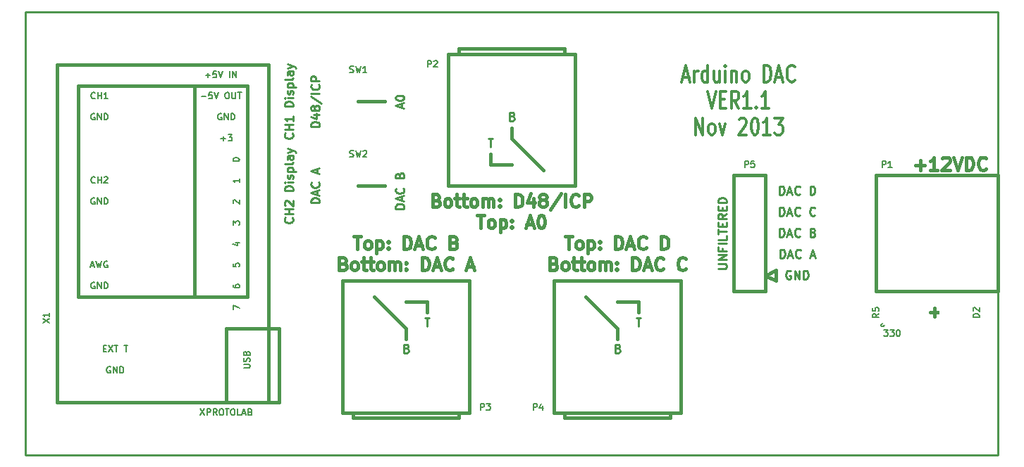
<source format=gto>
G04 (created by PCBNEW-RS274X (2011-05-25)-stable) date Fri 08 Nov 2013 12:39:22 PM EST*
G01*
G70*
G90*
%MOIN*%
G04 Gerber Fmt 3.4, Leading zero omitted, Abs format*
%FSLAX34Y34*%
G04 APERTURE LIST*
%ADD10C,0.006000*%
%ADD11C,0.010000*%
%ADD12C,0.015000*%
%ADD13C,0.009000*%
%ADD14C,0.012000*%
%ADD15C,0.005000*%
%ADD16C,0.007500*%
%ADD17C,0.175000*%
%ADD18O,0.080000X0.120000*%
%ADD19C,0.080000*%
%ADD20C,0.096000*%
%ADD21C,0.160000*%
%ADD22C,0.180000*%
%ADD23C,0.140000*%
%ADD24R,0.070000X0.120000*%
%ADD25R,0.067000X0.067000*%
%ADD26R,0.050000X0.145000*%
%ADD27C,0.093000*%
%ADD28R,0.093000X0.093000*%
G04 APERTURE END LIST*
G54D10*
G54D11*
X76262Y-42667D02*
X76586Y-42667D01*
X76624Y-42648D01*
X76643Y-42629D01*
X76662Y-42591D01*
X76662Y-42514D01*
X76643Y-42476D01*
X76624Y-42457D01*
X76586Y-42438D01*
X76262Y-42438D01*
X76662Y-42248D02*
X76262Y-42248D01*
X76662Y-42019D01*
X76262Y-42019D01*
X76452Y-41695D02*
X76452Y-41829D01*
X76662Y-41829D02*
X76262Y-41829D01*
X76262Y-41638D01*
X76662Y-41486D02*
X76262Y-41486D01*
X76662Y-41105D02*
X76662Y-41296D01*
X76262Y-41296D01*
X76262Y-41029D02*
X76262Y-40800D01*
X76662Y-40915D02*
X76262Y-40915D01*
X76452Y-40667D02*
X76452Y-40533D01*
X76662Y-40476D02*
X76662Y-40667D01*
X76262Y-40667D01*
X76262Y-40476D01*
X76662Y-40076D02*
X76471Y-40210D01*
X76662Y-40305D02*
X76262Y-40305D01*
X76262Y-40152D01*
X76281Y-40114D01*
X76300Y-40095D01*
X76338Y-40076D01*
X76395Y-40076D01*
X76433Y-40095D01*
X76452Y-40114D01*
X76471Y-40152D01*
X76471Y-40305D01*
X76452Y-39905D02*
X76452Y-39771D01*
X76662Y-39714D02*
X76662Y-39905D01*
X76262Y-39905D01*
X76262Y-39714D01*
X76662Y-39543D02*
X76262Y-39543D01*
X76262Y-39448D01*
X76281Y-39390D01*
X76319Y-39352D01*
X76357Y-39333D01*
X76433Y-39314D01*
X76490Y-39314D01*
X76567Y-39333D01*
X76605Y-39352D01*
X76643Y-39390D01*
X76662Y-39448D01*
X76662Y-39543D01*
X79171Y-39162D02*
X79171Y-38762D01*
X79266Y-38762D01*
X79324Y-38781D01*
X79362Y-38819D01*
X79381Y-38857D01*
X79400Y-38933D01*
X79400Y-38990D01*
X79381Y-39067D01*
X79362Y-39105D01*
X79324Y-39143D01*
X79266Y-39162D01*
X79171Y-39162D01*
X79552Y-39048D02*
X79743Y-39048D01*
X79514Y-39162D02*
X79647Y-38762D01*
X79781Y-39162D01*
X80143Y-39124D02*
X80124Y-39143D01*
X80067Y-39162D01*
X80029Y-39162D01*
X79971Y-39143D01*
X79933Y-39105D01*
X79914Y-39067D01*
X79895Y-38990D01*
X79895Y-38933D01*
X79914Y-38857D01*
X79933Y-38819D01*
X79971Y-38781D01*
X80029Y-38762D01*
X80067Y-38762D01*
X80124Y-38781D01*
X80143Y-38800D01*
X80619Y-39162D02*
X80619Y-38762D01*
X80714Y-38762D01*
X80772Y-38781D01*
X80810Y-38819D01*
X80829Y-38857D01*
X80848Y-38933D01*
X80848Y-38990D01*
X80829Y-39067D01*
X80810Y-39105D01*
X80772Y-39143D01*
X80714Y-39162D01*
X80619Y-39162D01*
X79171Y-40162D02*
X79171Y-39762D01*
X79266Y-39762D01*
X79324Y-39781D01*
X79362Y-39819D01*
X79381Y-39857D01*
X79400Y-39933D01*
X79400Y-39990D01*
X79381Y-40067D01*
X79362Y-40105D01*
X79324Y-40143D01*
X79266Y-40162D01*
X79171Y-40162D01*
X79552Y-40048D02*
X79743Y-40048D01*
X79514Y-40162D02*
X79647Y-39762D01*
X79781Y-40162D01*
X80143Y-40124D02*
X80124Y-40143D01*
X80067Y-40162D01*
X80029Y-40162D01*
X79971Y-40143D01*
X79933Y-40105D01*
X79914Y-40067D01*
X79895Y-39990D01*
X79895Y-39933D01*
X79914Y-39857D01*
X79933Y-39819D01*
X79971Y-39781D01*
X80029Y-39762D01*
X80067Y-39762D01*
X80124Y-39781D01*
X80143Y-39800D01*
X80848Y-40124D02*
X80829Y-40143D01*
X80772Y-40162D01*
X80734Y-40162D01*
X80676Y-40143D01*
X80638Y-40105D01*
X80619Y-40067D01*
X80600Y-39990D01*
X80600Y-39933D01*
X80619Y-39857D01*
X80638Y-39819D01*
X80676Y-39781D01*
X80734Y-39762D01*
X80772Y-39762D01*
X80829Y-39781D01*
X80848Y-39800D01*
X79171Y-41162D02*
X79171Y-40762D01*
X79266Y-40762D01*
X79324Y-40781D01*
X79362Y-40819D01*
X79381Y-40857D01*
X79400Y-40933D01*
X79400Y-40990D01*
X79381Y-41067D01*
X79362Y-41105D01*
X79324Y-41143D01*
X79266Y-41162D01*
X79171Y-41162D01*
X79552Y-41048D02*
X79743Y-41048D01*
X79514Y-41162D02*
X79647Y-40762D01*
X79781Y-41162D01*
X80143Y-41124D02*
X80124Y-41143D01*
X80067Y-41162D01*
X80029Y-41162D01*
X79971Y-41143D01*
X79933Y-41105D01*
X79914Y-41067D01*
X79895Y-40990D01*
X79895Y-40933D01*
X79914Y-40857D01*
X79933Y-40819D01*
X79971Y-40781D01*
X80029Y-40762D01*
X80067Y-40762D01*
X80124Y-40781D01*
X80143Y-40800D01*
X80753Y-40952D02*
X80810Y-40971D01*
X80829Y-40990D01*
X80848Y-41029D01*
X80848Y-41086D01*
X80829Y-41124D01*
X80810Y-41143D01*
X80772Y-41162D01*
X80619Y-41162D01*
X80619Y-40762D01*
X80753Y-40762D01*
X80791Y-40781D01*
X80810Y-40800D01*
X80829Y-40838D01*
X80829Y-40876D01*
X80810Y-40914D01*
X80791Y-40933D01*
X80753Y-40952D01*
X80619Y-40952D01*
X79200Y-42162D02*
X79200Y-41762D01*
X79295Y-41762D01*
X79353Y-41781D01*
X79391Y-41819D01*
X79410Y-41857D01*
X79429Y-41933D01*
X79429Y-41990D01*
X79410Y-42067D01*
X79391Y-42105D01*
X79353Y-42143D01*
X79295Y-42162D01*
X79200Y-42162D01*
X79581Y-42048D02*
X79772Y-42048D01*
X79543Y-42162D02*
X79676Y-41762D01*
X79810Y-42162D01*
X80172Y-42124D02*
X80153Y-42143D01*
X80096Y-42162D01*
X80058Y-42162D01*
X80000Y-42143D01*
X79962Y-42105D01*
X79943Y-42067D01*
X79924Y-41990D01*
X79924Y-41933D01*
X79943Y-41857D01*
X79962Y-41819D01*
X80000Y-41781D01*
X80058Y-41762D01*
X80096Y-41762D01*
X80153Y-41781D01*
X80172Y-41800D01*
X80629Y-42048D02*
X80820Y-42048D01*
X80591Y-42162D02*
X80724Y-41762D01*
X80858Y-42162D01*
X79696Y-42781D02*
X79658Y-42762D01*
X79601Y-42762D01*
X79543Y-42781D01*
X79505Y-42819D01*
X79486Y-42857D01*
X79467Y-42933D01*
X79467Y-42990D01*
X79486Y-43067D01*
X79505Y-43105D01*
X79543Y-43143D01*
X79601Y-43162D01*
X79639Y-43162D01*
X79696Y-43143D01*
X79715Y-43124D01*
X79715Y-42990D01*
X79639Y-42990D01*
X79886Y-43162D02*
X79886Y-42762D01*
X80115Y-43162D01*
X80115Y-42762D01*
X80305Y-43162D02*
X80305Y-42762D01*
X80400Y-42762D01*
X80458Y-42781D01*
X80496Y-42819D01*
X80515Y-42857D01*
X80534Y-42933D01*
X80534Y-42990D01*
X80515Y-43067D01*
X80496Y-43105D01*
X80458Y-43143D01*
X80400Y-43162D01*
X80305Y-43162D01*
X57412Y-35940D02*
X57012Y-35940D01*
X57012Y-35845D01*
X57031Y-35787D01*
X57069Y-35749D01*
X57107Y-35730D01*
X57183Y-35711D01*
X57240Y-35711D01*
X57317Y-35730D01*
X57355Y-35749D01*
X57393Y-35787D01*
X57412Y-35845D01*
X57412Y-35940D01*
X57145Y-35368D02*
X57412Y-35368D01*
X56993Y-35464D02*
X57279Y-35559D01*
X57279Y-35311D01*
X57183Y-35102D02*
X57164Y-35140D01*
X57145Y-35159D01*
X57107Y-35178D01*
X57088Y-35178D01*
X57050Y-35159D01*
X57031Y-35140D01*
X57012Y-35102D01*
X57012Y-35025D01*
X57031Y-34987D01*
X57050Y-34968D01*
X57088Y-34949D01*
X57107Y-34949D01*
X57145Y-34968D01*
X57164Y-34987D01*
X57183Y-35025D01*
X57183Y-35102D01*
X57202Y-35140D01*
X57221Y-35159D01*
X57260Y-35178D01*
X57336Y-35178D01*
X57374Y-35159D01*
X57393Y-35140D01*
X57412Y-35102D01*
X57412Y-35025D01*
X57393Y-34987D01*
X57374Y-34968D01*
X57336Y-34949D01*
X57260Y-34949D01*
X57221Y-34968D01*
X57202Y-34987D01*
X57183Y-35025D01*
X56993Y-34492D02*
X57507Y-34835D01*
X57412Y-34359D02*
X57012Y-34359D01*
X57374Y-33940D02*
X57393Y-33959D01*
X57412Y-34016D01*
X57412Y-34054D01*
X57393Y-34112D01*
X57355Y-34150D01*
X57317Y-34169D01*
X57240Y-34188D01*
X57183Y-34188D01*
X57107Y-34169D01*
X57069Y-34150D01*
X57031Y-34112D01*
X57012Y-34054D01*
X57012Y-34016D01*
X57031Y-33959D01*
X57050Y-33940D01*
X57412Y-33769D02*
X57012Y-33769D01*
X57012Y-33616D01*
X57031Y-33578D01*
X57050Y-33559D01*
X57088Y-33540D01*
X57145Y-33540D01*
X57183Y-33559D01*
X57202Y-33578D01*
X57221Y-33616D01*
X57221Y-33769D01*
X61298Y-35036D02*
X61298Y-34845D01*
X61412Y-35074D02*
X61012Y-34941D01*
X61412Y-34807D01*
X61012Y-34598D02*
X61012Y-34559D01*
X61031Y-34521D01*
X61050Y-34502D01*
X61088Y-34483D01*
X61164Y-34464D01*
X61260Y-34464D01*
X61336Y-34483D01*
X61374Y-34502D01*
X61393Y-34521D01*
X61412Y-34559D01*
X61412Y-34598D01*
X61393Y-34636D01*
X61374Y-34655D01*
X61336Y-34674D01*
X61260Y-34693D01*
X61164Y-34693D01*
X61088Y-34674D01*
X61050Y-34655D01*
X61031Y-34636D01*
X61012Y-34598D01*
X61412Y-39829D02*
X61012Y-39829D01*
X61012Y-39734D01*
X61031Y-39676D01*
X61069Y-39638D01*
X61107Y-39619D01*
X61183Y-39600D01*
X61240Y-39600D01*
X61317Y-39619D01*
X61355Y-39638D01*
X61393Y-39676D01*
X61412Y-39734D01*
X61412Y-39829D01*
X61298Y-39448D02*
X61298Y-39257D01*
X61412Y-39486D02*
X61012Y-39353D01*
X61412Y-39219D01*
X61374Y-38857D02*
X61393Y-38876D01*
X61412Y-38933D01*
X61412Y-38971D01*
X61393Y-39029D01*
X61355Y-39067D01*
X61317Y-39086D01*
X61240Y-39105D01*
X61183Y-39105D01*
X61107Y-39086D01*
X61069Y-39067D01*
X61031Y-39029D01*
X61012Y-38971D01*
X61012Y-38933D01*
X61031Y-38876D01*
X61050Y-38857D01*
X61202Y-38247D02*
X61221Y-38190D01*
X61240Y-38171D01*
X61279Y-38152D01*
X61336Y-38152D01*
X61374Y-38171D01*
X61393Y-38190D01*
X61412Y-38228D01*
X61412Y-38381D01*
X61012Y-38381D01*
X61012Y-38247D01*
X61031Y-38209D01*
X61050Y-38190D01*
X61088Y-38171D01*
X61126Y-38171D01*
X61164Y-38190D01*
X61183Y-38209D01*
X61202Y-38247D01*
X61202Y-38381D01*
X57412Y-39550D02*
X57012Y-39550D01*
X57012Y-39455D01*
X57031Y-39397D01*
X57069Y-39359D01*
X57107Y-39340D01*
X57183Y-39321D01*
X57240Y-39321D01*
X57317Y-39340D01*
X57355Y-39359D01*
X57393Y-39397D01*
X57412Y-39455D01*
X57412Y-39550D01*
X57298Y-39169D02*
X57298Y-38978D01*
X57412Y-39207D02*
X57012Y-39074D01*
X57412Y-38940D01*
X57374Y-38578D02*
X57393Y-38597D01*
X57412Y-38654D01*
X57412Y-38692D01*
X57393Y-38750D01*
X57355Y-38788D01*
X57317Y-38807D01*
X57240Y-38826D01*
X57183Y-38826D01*
X57107Y-38807D01*
X57069Y-38788D01*
X57031Y-38750D01*
X57012Y-38692D01*
X57012Y-38654D01*
X57031Y-38597D01*
X57050Y-38578D01*
X57298Y-38121D02*
X57298Y-37930D01*
X57412Y-38159D02*
X57012Y-38026D01*
X57412Y-37892D01*
X56124Y-40255D02*
X56143Y-40274D01*
X56162Y-40331D01*
X56162Y-40369D01*
X56143Y-40427D01*
X56105Y-40465D01*
X56067Y-40484D01*
X55990Y-40503D01*
X55933Y-40503D01*
X55857Y-40484D01*
X55819Y-40465D01*
X55781Y-40427D01*
X55762Y-40369D01*
X55762Y-40331D01*
X55781Y-40274D01*
X55800Y-40255D01*
X56162Y-40084D02*
X55762Y-40084D01*
X55952Y-40084D02*
X55952Y-39855D01*
X56162Y-39855D02*
X55762Y-39855D01*
X55800Y-39684D02*
X55781Y-39665D01*
X55762Y-39627D01*
X55762Y-39531D01*
X55781Y-39493D01*
X55800Y-39474D01*
X55838Y-39455D01*
X55876Y-39455D01*
X55933Y-39474D01*
X56162Y-39703D01*
X56162Y-39455D01*
X56162Y-38979D02*
X55762Y-38979D01*
X55762Y-38884D01*
X55781Y-38826D01*
X55819Y-38788D01*
X55857Y-38769D01*
X55933Y-38750D01*
X55990Y-38750D01*
X56067Y-38769D01*
X56105Y-38788D01*
X56143Y-38826D01*
X56162Y-38884D01*
X56162Y-38979D01*
X56162Y-38579D02*
X55895Y-38579D01*
X55762Y-38579D02*
X55781Y-38598D01*
X55800Y-38579D01*
X55781Y-38560D01*
X55762Y-38579D01*
X55800Y-38579D01*
X56143Y-38408D02*
X56162Y-38370D01*
X56162Y-38294D01*
X56143Y-38255D01*
X56105Y-38236D01*
X56086Y-38236D01*
X56048Y-38255D01*
X56029Y-38294D01*
X56029Y-38351D01*
X56010Y-38389D01*
X55971Y-38408D01*
X55952Y-38408D01*
X55914Y-38389D01*
X55895Y-38351D01*
X55895Y-38294D01*
X55914Y-38255D01*
X55895Y-38065D02*
X56295Y-38065D01*
X55914Y-38065D02*
X55895Y-38027D01*
X55895Y-37950D01*
X55914Y-37912D01*
X55933Y-37893D01*
X55971Y-37874D01*
X56086Y-37874D01*
X56124Y-37893D01*
X56143Y-37912D01*
X56162Y-37950D01*
X56162Y-38027D01*
X56143Y-38065D01*
X56162Y-37646D02*
X56143Y-37684D01*
X56105Y-37703D01*
X55762Y-37703D01*
X56162Y-37321D02*
X55952Y-37321D01*
X55914Y-37340D01*
X55895Y-37378D01*
X55895Y-37455D01*
X55914Y-37493D01*
X56143Y-37321D02*
X56162Y-37359D01*
X56162Y-37455D01*
X56143Y-37493D01*
X56105Y-37512D01*
X56067Y-37512D01*
X56029Y-37493D01*
X56010Y-37455D01*
X56010Y-37359D01*
X55990Y-37321D01*
X55895Y-37169D02*
X56162Y-37074D01*
X55895Y-36978D02*
X56162Y-37074D01*
X56257Y-37112D01*
X56276Y-37131D01*
X56295Y-37169D01*
X56124Y-36255D02*
X56143Y-36274D01*
X56162Y-36331D01*
X56162Y-36369D01*
X56143Y-36427D01*
X56105Y-36465D01*
X56067Y-36484D01*
X55990Y-36503D01*
X55933Y-36503D01*
X55857Y-36484D01*
X55819Y-36465D01*
X55781Y-36427D01*
X55762Y-36369D01*
X55762Y-36331D01*
X55781Y-36274D01*
X55800Y-36255D01*
X56162Y-36084D02*
X55762Y-36084D01*
X55952Y-36084D02*
X55952Y-35855D01*
X56162Y-35855D02*
X55762Y-35855D01*
X56162Y-35455D02*
X56162Y-35684D01*
X56162Y-35570D02*
X55762Y-35570D01*
X55819Y-35608D01*
X55857Y-35646D01*
X55876Y-35684D01*
X56162Y-34979D02*
X55762Y-34979D01*
X55762Y-34884D01*
X55781Y-34826D01*
X55819Y-34788D01*
X55857Y-34769D01*
X55933Y-34750D01*
X55990Y-34750D01*
X56067Y-34769D01*
X56105Y-34788D01*
X56143Y-34826D01*
X56162Y-34884D01*
X56162Y-34979D01*
X56162Y-34579D02*
X55895Y-34579D01*
X55762Y-34579D02*
X55781Y-34598D01*
X55800Y-34579D01*
X55781Y-34560D01*
X55762Y-34579D01*
X55800Y-34579D01*
X56143Y-34408D02*
X56162Y-34370D01*
X56162Y-34294D01*
X56143Y-34255D01*
X56105Y-34236D01*
X56086Y-34236D01*
X56048Y-34255D01*
X56029Y-34294D01*
X56029Y-34351D01*
X56010Y-34389D01*
X55971Y-34408D01*
X55952Y-34408D01*
X55914Y-34389D01*
X55895Y-34351D01*
X55895Y-34294D01*
X55914Y-34255D01*
X55895Y-34065D02*
X56295Y-34065D01*
X55914Y-34065D02*
X55895Y-34027D01*
X55895Y-33950D01*
X55914Y-33912D01*
X55933Y-33893D01*
X55971Y-33874D01*
X56086Y-33874D01*
X56124Y-33893D01*
X56143Y-33912D01*
X56162Y-33950D01*
X56162Y-34027D01*
X56143Y-34065D01*
X56162Y-33646D02*
X56143Y-33684D01*
X56105Y-33703D01*
X55762Y-33703D01*
X56162Y-33321D02*
X55952Y-33321D01*
X55914Y-33340D01*
X55895Y-33378D01*
X55895Y-33455D01*
X55914Y-33493D01*
X56143Y-33321D02*
X56162Y-33359D01*
X56162Y-33455D01*
X56143Y-33493D01*
X56105Y-33512D01*
X56067Y-33512D01*
X56029Y-33493D01*
X56010Y-33455D01*
X56010Y-33359D01*
X55990Y-33321D01*
X55895Y-33169D02*
X56162Y-33074D01*
X55895Y-32978D02*
X56162Y-33074D01*
X56257Y-33112D01*
X56276Y-33131D01*
X56295Y-33169D01*
G54D12*
X64872Y-40143D02*
X65215Y-40143D01*
X65044Y-40743D02*
X65044Y-40143D01*
X65501Y-40743D02*
X65443Y-40714D01*
X65415Y-40686D01*
X65386Y-40629D01*
X65386Y-40457D01*
X65415Y-40400D01*
X65443Y-40371D01*
X65501Y-40343D01*
X65586Y-40343D01*
X65643Y-40371D01*
X65672Y-40400D01*
X65701Y-40457D01*
X65701Y-40629D01*
X65672Y-40686D01*
X65643Y-40714D01*
X65586Y-40743D01*
X65501Y-40743D01*
X65958Y-40343D02*
X65958Y-40943D01*
X65958Y-40371D02*
X66015Y-40343D01*
X66129Y-40343D01*
X66186Y-40371D01*
X66215Y-40400D01*
X66244Y-40457D01*
X66244Y-40629D01*
X66215Y-40686D01*
X66186Y-40714D01*
X66129Y-40743D01*
X66015Y-40743D01*
X65958Y-40714D01*
X66501Y-40686D02*
X66529Y-40714D01*
X66501Y-40743D01*
X66472Y-40714D01*
X66501Y-40686D01*
X66501Y-40743D01*
X66501Y-40371D02*
X66529Y-40400D01*
X66501Y-40429D01*
X66472Y-40400D01*
X66501Y-40371D01*
X66501Y-40429D01*
X67215Y-40571D02*
X67501Y-40571D01*
X67158Y-40743D02*
X67358Y-40143D01*
X67558Y-40743D01*
X67872Y-40143D02*
X67929Y-40143D01*
X67986Y-40171D01*
X68015Y-40200D01*
X68044Y-40257D01*
X68072Y-40371D01*
X68072Y-40514D01*
X68044Y-40629D01*
X68015Y-40686D01*
X67986Y-40714D01*
X67929Y-40743D01*
X67872Y-40743D01*
X67815Y-40714D01*
X67786Y-40686D01*
X67758Y-40629D01*
X67729Y-40514D01*
X67729Y-40371D01*
X67758Y-40257D01*
X67786Y-40200D01*
X67815Y-40171D01*
X67872Y-40143D01*
X62957Y-39429D02*
X63043Y-39457D01*
X63071Y-39486D01*
X63100Y-39543D01*
X63100Y-39629D01*
X63071Y-39686D01*
X63043Y-39714D01*
X62985Y-39743D01*
X62757Y-39743D01*
X62757Y-39143D01*
X62957Y-39143D01*
X63014Y-39171D01*
X63043Y-39200D01*
X63071Y-39257D01*
X63071Y-39314D01*
X63043Y-39371D01*
X63014Y-39400D01*
X62957Y-39429D01*
X62757Y-39429D01*
X63443Y-39743D02*
X63385Y-39714D01*
X63357Y-39686D01*
X63328Y-39629D01*
X63328Y-39457D01*
X63357Y-39400D01*
X63385Y-39371D01*
X63443Y-39343D01*
X63528Y-39343D01*
X63585Y-39371D01*
X63614Y-39400D01*
X63643Y-39457D01*
X63643Y-39629D01*
X63614Y-39686D01*
X63585Y-39714D01*
X63528Y-39743D01*
X63443Y-39743D01*
X63814Y-39343D02*
X64043Y-39343D01*
X63900Y-39143D02*
X63900Y-39657D01*
X63928Y-39714D01*
X63986Y-39743D01*
X64043Y-39743D01*
X64157Y-39343D02*
X64386Y-39343D01*
X64243Y-39143D02*
X64243Y-39657D01*
X64271Y-39714D01*
X64329Y-39743D01*
X64386Y-39743D01*
X64672Y-39743D02*
X64614Y-39714D01*
X64586Y-39686D01*
X64557Y-39629D01*
X64557Y-39457D01*
X64586Y-39400D01*
X64614Y-39371D01*
X64672Y-39343D01*
X64757Y-39343D01*
X64814Y-39371D01*
X64843Y-39400D01*
X64872Y-39457D01*
X64872Y-39629D01*
X64843Y-39686D01*
X64814Y-39714D01*
X64757Y-39743D01*
X64672Y-39743D01*
X65129Y-39743D02*
X65129Y-39343D01*
X65129Y-39400D02*
X65157Y-39371D01*
X65215Y-39343D01*
X65300Y-39343D01*
X65357Y-39371D01*
X65386Y-39429D01*
X65386Y-39743D01*
X65386Y-39429D02*
X65415Y-39371D01*
X65472Y-39343D01*
X65557Y-39343D01*
X65615Y-39371D01*
X65643Y-39429D01*
X65643Y-39743D01*
X65929Y-39686D02*
X65957Y-39714D01*
X65929Y-39743D01*
X65900Y-39714D01*
X65929Y-39686D01*
X65929Y-39743D01*
X65929Y-39371D02*
X65957Y-39400D01*
X65929Y-39429D01*
X65900Y-39400D01*
X65929Y-39371D01*
X65929Y-39429D01*
X66672Y-39743D02*
X66672Y-39143D01*
X66815Y-39143D01*
X66900Y-39171D01*
X66958Y-39229D01*
X66986Y-39286D01*
X67015Y-39400D01*
X67015Y-39486D01*
X66986Y-39600D01*
X66958Y-39657D01*
X66900Y-39714D01*
X66815Y-39743D01*
X66672Y-39743D01*
X67529Y-39343D02*
X67529Y-39743D01*
X67386Y-39114D02*
X67243Y-39543D01*
X67615Y-39543D01*
X67929Y-39400D02*
X67871Y-39371D01*
X67843Y-39343D01*
X67814Y-39286D01*
X67814Y-39257D01*
X67843Y-39200D01*
X67871Y-39171D01*
X67929Y-39143D01*
X68043Y-39143D01*
X68100Y-39171D01*
X68129Y-39200D01*
X68157Y-39257D01*
X68157Y-39286D01*
X68129Y-39343D01*
X68100Y-39371D01*
X68043Y-39400D01*
X67929Y-39400D01*
X67871Y-39429D01*
X67843Y-39457D01*
X67814Y-39514D01*
X67814Y-39629D01*
X67843Y-39686D01*
X67871Y-39714D01*
X67929Y-39743D01*
X68043Y-39743D01*
X68100Y-39714D01*
X68129Y-39686D01*
X68157Y-39629D01*
X68157Y-39514D01*
X68129Y-39457D01*
X68100Y-39429D01*
X68043Y-39400D01*
X68842Y-39114D02*
X68328Y-39886D01*
X69043Y-39743D02*
X69043Y-39143D01*
X69672Y-39686D02*
X69643Y-39714D01*
X69557Y-39743D01*
X69500Y-39743D01*
X69415Y-39714D01*
X69357Y-39657D01*
X69329Y-39600D01*
X69300Y-39486D01*
X69300Y-39400D01*
X69329Y-39286D01*
X69357Y-39229D01*
X69415Y-39171D01*
X69500Y-39143D01*
X69557Y-39143D01*
X69643Y-39171D01*
X69672Y-39200D01*
X69929Y-39743D02*
X69929Y-39143D01*
X70157Y-39143D01*
X70215Y-39171D01*
X70243Y-39200D01*
X70272Y-39257D01*
X70272Y-39343D01*
X70243Y-39400D01*
X70215Y-39429D01*
X70157Y-39457D01*
X69929Y-39457D01*
X69029Y-41143D02*
X69372Y-41143D01*
X69201Y-41743D02*
X69201Y-41143D01*
X69658Y-41743D02*
X69600Y-41714D01*
X69572Y-41686D01*
X69543Y-41629D01*
X69543Y-41457D01*
X69572Y-41400D01*
X69600Y-41371D01*
X69658Y-41343D01*
X69743Y-41343D01*
X69800Y-41371D01*
X69829Y-41400D01*
X69858Y-41457D01*
X69858Y-41629D01*
X69829Y-41686D01*
X69800Y-41714D01*
X69743Y-41743D01*
X69658Y-41743D01*
X70115Y-41343D02*
X70115Y-41943D01*
X70115Y-41371D02*
X70172Y-41343D01*
X70286Y-41343D01*
X70343Y-41371D01*
X70372Y-41400D01*
X70401Y-41457D01*
X70401Y-41629D01*
X70372Y-41686D01*
X70343Y-41714D01*
X70286Y-41743D01*
X70172Y-41743D01*
X70115Y-41714D01*
X70658Y-41686D02*
X70686Y-41714D01*
X70658Y-41743D01*
X70629Y-41714D01*
X70658Y-41686D01*
X70658Y-41743D01*
X70658Y-41371D02*
X70686Y-41400D01*
X70658Y-41429D01*
X70629Y-41400D01*
X70658Y-41371D01*
X70658Y-41429D01*
X71401Y-41743D02*
X71401Y-41143D01*
X71544Y-41143D01*
X71629Y-41171D01*
X71687Y-41229D01*
X71715Y-41286D01*
X71744Y-41400D01*
X71744Y-41486D01*
X71715Y-41600D01*
X71687Y-41657D01*
X71629Y-41714D01*
X71544Y-41743D01*
X71401Y-41743D01*
X71972Y-41571D02*
X72258Y-41571D01*
X71915Y-41743D02*
X72115Y-41143D01*
X72315Y-41743D01*
X72858Y-41686D02*
X72829Y-41714D01*
X72743Y-41743D01*
X72686Y-41743D01*
X72601Y-41714D01*
X72543Y-41657D01*
X72515Y-41600D01*
X72486Y-41486D01*
X72486Y-41400D01*
X72515Y-41286D01*
X72543Y-41229D01*
X72601Y-41171D01*
X72686Y-41143D01*
X72743Y-41143D01*
X72829Y-41171D01*
X72858Y-41200D01*
X73572Y-41743D02*
X73572Y-41143D01*
X73715Y-41143D01*
X73800Y-41171D01*
X73858Y-41229D01*
X73886Y-41286D01*
X73915Y-41400D01*
X73915Y-41486D01*
X73886Y-41600D01*
X73858Y-41657D01*
X73800Y-41714D01*
X73715Y-41743D01*
X73572Y-41743D01*
X68500Y-42429D02*
X68586Y-42457D01*
X68614Y-42486D01*
X68643Y-42543D01*
X68643Y-42629D01*
X68614Y-42686D01*
X68586Y-42714D01*
X68528Y-42743D01*
X68300Y-42743D01*
X68300Y-42143D01*
X68500Y-42143D01*
X68557Y-42171D01*
X68586Y-42200D01*
X68614Y-42257D01*
X68614Y-42314D01*
X68586Y-42371D01*
X68557Y-42400D01*
X68500Y-42429D01*
X68300Y-42429D01*
X68986Y-42743D02*
X68928Y-42714D01*
X68900Y-42686D01*
X68871Y-42629D01*
X68871Y-42457D01*
X68900Y-42400D01*
X68928Y-42371D01*
X68986Y-42343D01*
X69071Y-42343D01*
X69128Y-42371D01*
X69157Y-42400D01*
X69186Y-42457D01*
X69186Y-42629D01*
X69157Y-42686D01*
X69128Y-42714D01*
X69071Y-42743D01*
X68986Y-42743D01*
X69357Y-42343D02*
X69586Y-42343D01*
X69443Y-42143D02*
X69443Y-42657D01*
X69471Y-42714D01*
X69529Y-42743D01*
X69586Y-42743D01*
X69700Y-42343D02*
X69929Y-42343D01*
X69786Y-42143D02*
X69786Y-42657D01*
X69814Y-42714D01*
X69872Y-42743D01*
X69929Y-42743D01*
X70215Y-42743D02*
X70157Y-42714D01*
X70129Y-42686D01*
X70100Y-42629D01*
X70100Y-42457D01*
X70129Y-42400D01*
X70157Y-42371D01*
X70215Y-42343D01*
X70300Y-42343D01*
X70357Y-42371D01*
X70386Y-42400D01*
X70415Y-42457D01*
X70415Y-42629D01*
X70386Y-42686D01*
X70357Y-42714D01*
X70300Y-42743D01*
X70215Y-42743D01*
X70672Y-42743D02*
X70672Y-42343D01*
X70672Y-42400D02*
X70700Y-42371D01*
X70758Y-42343D01*
X70843Y-42343D01*
X70900Y-42371D01*
X70929Y-42429D01*
X70929Y-42743D01*
X70929Y-42429D02*
X70958Y-42371D01*
X71015Y-42343D01*
X71100Y-42343D01*
X71158Y-42371D01*
X71186Y-42429D01*
X71186Y-42743D01*
X71472Y-42686D02*
X71500Y-42714D01*
X71472Y-42743D01*
X71443Y-42714D01*
X71472Y-42686D01*
X71472Y-42743D01*
X71472Y-42371D02*
X71500Y-42400D01*
X71472Y-42429D01*
X71443Y-42400D01*
X71472Y-42371D01*
X71472Y-42429D01*
X72215Y-42743D02*
X72215Y-42143D01*
X72358Y-42143D01*
X72443Y-42171D01*
X72501Y-42229D01*
X72529Y-42286D01*
X72558Y-42400D01*
X72558Y-42486D01*
X72529Y-42600D01*
X72501Y-42657D01*
X72443Y-42714D01*
X72358Y-42743D01*
X72215Y-42743D01*
X72786Y-42571D02*
X73072Y-42571D01*
X72729Y-42743D02*
X72929Y-42143D01*
X73129Y-42743D01*
X73672Y-42686D02*
X73643Y-42714D01*
X73557Y-42743D01*
X73500Y-42743D01*
X73415Y-42714D01*
X73357Y-42657D01*
X73329Y-42600D01*
X73300Y-42486D01*
X73300Y-42400D01*
X73329Y-42286D01*
X73357Y-42229D01*
X73415Y-42171D01*
X73500Y-42143D01*
X73557Y-42143D01*
X73643Y-42171D01*
X73672Y-42200D01*
X74729Y-42686D02*
X74700Y-42714D01*
X74614Y-42743D01*
X74557Y-42743D01*
X74472Y-42714D01*
X74414Y-42657D01*
X74386Y-42600D01*
X74357Y-42486D01*
X74357Y-42400D01*
X74386Y-42286D01*
X74414Y-42229D01*
X74472Y-42171D01*
X74557Y-42143D01*
X74614Y-42143D01*
X74700Y-42171D01*
X74729Y-42200D01*
X59029Y-41143D02*
X59372Y-41143D01*
X59201Y-41743D02*
X59201Y-41143D01*
X59658Y-41743D02*
X59600Y-41714D01*
X59572Y-41686D01*
X59543Y-41629D01*
X59543Y-41457D01*
X59572Y-41400D01*
X59600Y-41371D01*
X59658Y-41343D01*
X59743Y-41343D01*
X59800Y-41371D01*
X59829Y-41400D01*
X59858Y-41457D01*
X59858Y-41629D01*
X59829Y-41686D01*
X59800Y-41714D01*
X59743Y-41743D01*
X59658Y-41743D01*
X60115Y-41343D02*
X60115Y-41943D01*
X60115Y-41371D02*
X60172Y-41343D01*
X60286Y-41343D01*
X60343Y-41371D01*
X60372Y-41400D01*
X60401Y-41457D01*
X60401Y-41629D01*
X60372Y-41686D01*
X60343Y-41714D01*
X60286Y-41743D01*
X60172Y-41743D01*
X60115Y-41714D01*
X60658Y-41686D02*
X60686Y-41714D01*
X60658Y-41743D01*
X60629Y-41714D01*
X60658Y-41686D01*
X60658Y-41743D01*
X60658Y-41371D02*
X60686Y-41400D01*
X60658Y-41429D01*
X60629Y-41400D01*
X60658Y-41371D01*
X60658Y-41429D01*
X61401Y-41743D02*
X61401Y-41143D01*
X61544Y-41143D01*
X61629Y-41171D01*
X61687Y-41229D01*
X61715Y-41286D01*
X61744Y-41400D01*
X61744Y-41486D01*
X61715Y-41600D01*
X61687Y-41657D01*
X61629Y-41714D01*
X61544Y-41743D01*
X61401Y-41743D01*
X61972Y-41571D02*
X62258Y-41571D01*
X61915Y-41743D02*
X62115Y-41143D01*
X62315Y-41743D01*
X62858Y-41686D02*
X62829Y-41714D01*
X62743Y-41743D01*
X62686Y-41743D01*
X62601Y-41714D01*
X62543Y-41657D01*
X62515Y-41600D01*
X62486Y-41486D01*
X62486Y-41400D01*
X62515Y-41286D01*
X62543Y-41229D01*
X62601Y-41171D01*
X62686Y-41143D01*
X62743Y-41143D01*
X62829Y-41171D01*
X62858Y-41200D01*
X63772Y-41429D02*
X63858Y-41457D01*
X63886Y-41486D01*
X63915Y-41543D01*
X63915Y-41629D01*
X63886Y-41686D01*
X63858Y-41714D01*
X63800Y-41743D01*
X63572Y-41743D01*
X63572Y-41143D01*
X63772Y-41143D01*
X63829Y-41171D01*
X63858Y-41200D01*
X63886Y-41257D01*
X63886Y-41314D01*
X63858Y-41371D01*
X63829Y-41400D01*
X63772Y-41429D01*
X63572Y-41429D01*
X58543Y-42429D02*
X58629Y-42457D01*
X58657Y-42486D01*
X58686Y-42543D01*
X58686Y-42629D01*
X58657Y-42686D01*
X58629Y-42714D01*
X58571Y-42743D01*
X58343Y-42743D01*
X58343Y-42143D01*
X58543Y-42143D01*
X58600Y-42171D01*
X58629Y-42200D01*
X58657Y-42257D01*
X58657Y-42314D01*
X58629Y-42371D01*
X58600Y-42400D01*
X58543Y-42429D01*
X58343Y-42429D01*
X59029Y-42743D02*
X58971Y-42714D01*
X58943Y-42686D01*
X58914Y-42629D01*
X58914Y-42457D01*
X58943Y-42400D01*
X58971Y-42371D01*
X59029Y-42343D01*
X59114Y-42343D01*
X59171Y-42371D01*
X59200Y-42400D01*
X59229Y-42457D01*
X59229Y-42629D01*
X59200Y-42686D01*
X59171Y-42714D01*
X59114Y-42743D01*
X59029Y-42743D01*
X59400Y-42343D02*
X59629Y-42343D01*
X59486Y-42143D02*
X59486Y-42657D01*
X59514Y-42714D01*
X59572Y-42743D01*
X59629Y-42743D01*
X59743Y-42343D02*
X59972Y-42343D01*
X59829Y-42143D02*
X59829Y-42657D01*
X59857Y-42714D01*
X59915Y-42743D01*
X59972Y-42743D01*
X60258Y-42743D02*
X60200Y-42714D01*
X60172Y-42686D01*
X60143Y-42629D01*
X60143Y-42457D01*
X60172Y-42400D01*
X60200Y-42371D01*
X60258Y-42343D01*
X60343Y-42343D01*
X60400Y-42371D01*
X60429Y-42400D01*
X60458Y-42457D01*
X60458Y-42629D01*
X60429Y-42686D01*
X60400Y-42714D01*
X60343Y-42743D01*
X60258Y-42743D01*
X60715Y-42743D02*
X60715Y-42343D01*
X60715Y-42400D02*
X60743Y-42371D01*
X60801Y-42343D01*
X60886Y-42343D01*
X60943Y-42371D01*
X60972Y-42429D01*
X60972Y-42743D01*
X60972Y-42429D02*
X61001Y-42371D01*
X61058Y-42343D01*
X61143Y-42343D01*
X61201Y-42371D01*
X61229Y-42429D01*
X61229Y-42743D01*
X61515Y-42686D02*
X61543Y-42714D01*
X61515Y-42743D01*
X61486Y-42714D01*
X61515Y-42686D01*
X61515Y-42743D01*
X61515Y-42371D02*
X61543Y-42400D01*
X61515Y-42429D01*
X61486Y-42400D01*
X61515Y-42371D01*
X61515Y-42429D01*
X62258Y-42743D02*
X62258Y-42143D01*
X62401Y-42143D01*
X62486Y-42171D01*
X62544Y-42229D01*
X62572Y-42286D01*
X62601Y-42400D01*
X62601Y-42486D01*
X62572Y-42600D01*
X62544Y-42657D01*
X62486Y-42714D01*
X62401Y-42743D01*
X62258Y-42743D01*
X62829Y-42571D02*
X63115Y-42571D01*
X62772Y-42743D02*
X62972Y-42143D01*
X63172Y-42743D01*
X63715Y-42686D02*
X63686Y-42714D01*
X63600Y-42743D01*
X63543Y-42743D01*
X63458Y-42714D01*
X63400Y-42657D01*
X63372Y-42600D01*
X63343Y-42486D01*
X63343Y-42400D01*
X63372Y-42286D01*
X63400Y-42229D01*
X63458Y-42171D01*
X63543Y-42143D01*
X63600Y-42143D01*
X63686Y-42171D01*
X63715Y-42200D01*
X64400Y-42571D02*
X64686Y-42571D01*
X64343Y-42743D02*
X64543Y-42143D01*
X64743Y-42743D01*
G54D13*
X43500Y-51500D02*
X89500Y-51500D01*
X43500Y-30500D02*
X89500Y-30500D01*
X43500Y-30500D02*
X43500Y-51500D01*
G54D14*
X74607Y-33595D02*
X74893Y-33595D01*
X74550Y-33824D02*
X74750Y-33024D01*
X74950Y-33824D01*
X75150Y-33824D02*
X75150Y-33290D01*
X75150Y-33443D02*
X75178Y-33367D01*
X75207Y-33329D01*
X75264Y-33290D01*
X75321Y-33290D01*
X75778Y-33824D02*
X75778Y-33024D01*
X75778Y-33786D02*
X75721Y-33824D01*
X75607Y-33824D01*
X75549Y-33786D01*
X75521Y-33748D01*
X75492Y-33671D01*
X75492Y-33443D01*
X75521Y-33367D01*
X75549Y-33329D01*
X75607Y-33290D01*
X75721Y-33290D01*
X75778Y-33329D01*
X76321Y-33290D02*
X76321Y-33824D01*
X76064Y-33290D02*
X76064Y-33710D01*
X76092Y-33786D01*
X76150Y-33824D01*
X76235Y-33824D01*
X76292Y-33786D01*
X76321Y-33748D01*
X76607Y-33824D02*
X76607Y-33290D01*
X76607Y-33024D02*
X76578Y-33062D01*
X76607Y-33100D01*
X76635Y-33062D01*
X76607Y-33024D01*
X76607Y-33100D01*
X76893Y-33290D02*
X76893Y-33824D01*
X76893Y-33367D02*
X76921Y-33329D01*
X76979Y-33290D01*
X77064Y-33290D01*
X77121Y-33329D01*
X77150Y-33405D01*
X77150Y-33824D01*
X77522Y-33824D02*
X77464Y-33786D01*
X77436Y-33748D01*
X77407Y-33671D01*
X77407Y-33443D01*
X77436Y-33367D01*
X77464Y-33329D01*
X77522Y-33290D01*
X77607Y-33290D01*
X77664Y-33329D01*
X77693Y-33367D01*
X77722Y-33443D01*
X77722Y-33671D01*
X77693Y-33748D01*
X77664Y-33786D01*
X77607Y-33824D01*
X77522Y-33824D01*
X78436Y-33824D02*
X78436Y-33024D01*
X78579Y-33024D01*
X78664Y-33062D01*
X78722Y-33138D01*
X78750Y-33214D01*
X78779Y-33367D01*
X78779Y-33481D01*
X78750Y-33633D01*
X78722Y-33710D01*
X78664Y-33786D01*
X78579Y-33824D01*
X78436Y-33824D01*
X79007Y-33595D02*
X79293Y-33595D01*
X78950Y-33824D02*
X79150Y-33024D01*
X79350Y-33824D01*
X79893Y-33748D02*
X79864Y-33786D01*
X79778Y-33824D01*
X79721Y-33824D01*
X79636Y-33786D01*
X79578Y-33710D01*
X79550Y-33633D01*
X79521Y-33481D01*
X79521Y-33367D01*
X79550Y-33214D01*
X79578Y-33138D01*
X79636Y-33062D01*
X79721Y-33024D01*
X79778Y-33024D01*
X79864Y-33062D01*
X79893Y-33100D01*
X75208Y-36324D02*
X75208Y-35524D01*
X75551Y-36324D01*
X75551Y-35524D01*
X75923Y-36324D02*
X75865Y-36286D01*
X75837Y-36248D01*
X75808Y-36171D01*
X75808Y-35943D01*
X75837Y-35867D01*
X75865Y-35829D01*
X75923Y-35790D01*
X76008Y-35790D01*
X76065Y-35829D01*
X76094Y-35867D01*
X76123Y-35943D01*
X76123Y-36171D01*
X76094Y-36248D01*
X76065Y-36286D01*
X76008Y-36324D01*
X75923Y-36324D01*
X76323Y-35790D02*
X76466Y-36324D01*
X76608Y-35790D01*
X77265Y-35600D02*
X77294Y-35562D01*
X77351Y-35524D01*
X77494Y-35524D01*
X77551Y-35562D01*
X77580Y-35600D01*
X77608Y-35676D01*
X77608Y-35752D01*
X77580Y-35867D01*
X77237Y-36324D01*
X77608Y-36324D01*
X77979Y-35524D02*
X78036Y-35524D01*
X78093Y-35562D01*
X78122Y-35600D01*
X78151Y-35676D01*
X78179Y-35829D01*
X78179Y-36019D01*
X78151Y-36171D01*
X78122Y-36248D01*
X78093Y-36286D01*
X78036Y-36324D01*
X77979Y-36324D01*
X77922Y-36286D01*
X77893Y-36248D01*
X77865Y-36171D01*
X77836Y-36019D01*
X77836Y-35829D01*
X77865Y-35676D01*
X77893Y-35600D01*
X77922Y-35562D01*
X77979Y-35524D01*
X78750Y-36324D02*
X78407Y-36324D01*
X78579Y-36324D02*
X78579Y-35524D01*
X78522Y-35638D01*
X78464Y-35714D01*
X78407Y-35752D01*
X78950Y-35524D02*
X79321Y-35524D01*
X79121Y-35829D01*
X79207Y-35829D01*
X79264Y-35867D01*
X79293Y-35905D01*
X79321Y-35981D01*
X79321Y-36171D01*
X79293Y-36248D01*
X79264Y-36286D01*
X79207Y-36324D01*
X79035Y-36324D01*
X78978Y-36286D01*
X78950Y-36248D01*
X75765Y-34274D02*
X75965Y-35074D01*
X76165Y-34274D01*
X76365Y-34655D02*
X76565Y-34655D01*
X76651Y-35074D02*
X76365Y-35074D01*
X76365Y-34274D01*
X76651Y-34274D01*
X77251Y-35074D02*
X77051Y-34693D01*
X76908Y-35074D02*
X76908Y-34274D01*
X77136Y-34274D01*
X77194Y-34312D01*
X77222Y-34350D01*
X77251Y-34426D01*
X77251Y-34540D01*
X77222Y-34617D01*
X77194Y-34655D01*
X77136Y-34693D01*
X76908Y-34693D01*
X77822Y-35074D02*
X77479Y-35074D01*
X77651Y-35074D02*
X77651Y-34274D01*
X77594Y-34388D01*
X77536Y-34464D01*
X77479Y-34502D01*
X78079Y-34998D02*
X78107Y-35036D01*
X78079Y-35074D01*
X78050Y-35036D01*
X78079Y-34998D01*
X78079Y-35074D01*
X78679Y-35074D02*
X78336Y-35074D01*
X78508Y-35074D02*
X78508Y-34274D01*
X78451Y-34388D01*
X78393Y-34464D01*
X78336Y-34502D01*
G54D13*
X89500Y-51500D02*
X89500Y-30500D01*
G54D12*
X89500Y-38250D02*
X89500Y-43750D01*
X89500Y-43750D02*
X83750Y-43750D01*
X83750Y-43750D02*
X83750Y-38250D01*
X83750Y-38250D02*
X89500Y-38250D01*
X51500Y-44000D02*
X51500Y-34000D01*
X54000Y-44000D02*
X54000Y-34000D01*
X54000Y-34000D02*
X46000Y-34000D01*
X46000Y-34000D02*
X46000Y-44000D01*
X46000Y-44000D02*
X54000Y-44000D01*
X55500Y-45500D02*
X55500Y-49000D01*
X55500Y-49000D02*
X55000Y-49000D01*
X55500Y-45500D02*
X53000Y-45500D01*
X53000Y-45500D02*
X53000Y-49000D01*
X55000Y-33000D02*
X45000Y-33000D01*
X45000Y-33000D02*
X45000Y-49000D01*
X45000Y-49000D02*
X55000Y-49000D01*
X55000Y-49000D02*
X55000Y-33000D01*
X74000Y-49500D02*
X74000Y-49750D01*
X74000Y-49750D02*
X69000Y-49750D01*
X69000Y-49750D02*
X69000Y-49500D01*
X74500Y-49500D02*
X74500Y-43250D01*
X74500Y-43250D02*
X68500Y-43250D01*
X68500Y-43250D02*
X68500Y-49500D01*
X68500Y-49500D02*
X74500Y-49500D01*
X70000Y-44000D02*
X71500Y-45500D01*
X71500Y-45500D02*
X71500Y-46000D01*
X72500Y-44250D02*
X72500Y-44750D01*
X71500Y-44250D02*
X72500Y-44250D01*
X64000Y-32500D02*
X64000Y-32250D01*
X64000Y-32250D02*
X69000Y-32250D01*
X69000Y-32250D02*
X69000Y-32500D01*
X63500Y-32500D02*
X63500Y-38750D01*
X63500Y-38750D02*
X69500Y-38750D01*
X69500Y-38750D02*
X69500Y-32500D01*
X69500Y-32500D02*
X63500Y-32500D01*
X68000Y-38000D02*
X66500Y-36500D01*
X66500Y-36500D02*
X66500Y-36000D01*
X65500Y-37750D02*
X65500Y-37250D01*
X66500Y-37750D02*
X65500Y-37750D01*
X64000Y-49500D02*
X64000Y-49750D01*
X64000Y-49750D02*
X59000Y-49750D01*
X59000Y-49750D02*
X59000Y-49500D01*
X64500Y-49500D02*
X64500Y-43250D01*
X64500Y-43250D02*
X58500Y-43250D01*
X58500Y-43250D02*
X58500Y-49500D01*
X58500Y-49500D02*
X64500Y-49500D01*
X60000Y-44000D02*
X61500Y-45500D01*
X61500Y-45500D02*
X61500Y-46000D01*
X62500Y-44250D02*
X62500Y-44750D01*
X61500Y-44250D02*
X62500Y-44250D01*
G54D15*
X84120Y-45350D02*
X84118Y-45363D01*
X84114Y-45376D01*
X84108Y-45388D01*
X84099Y-45399D01*
X84089Y-45408D01*
X84077Y-45414D01*
X84064Y-45418D01*
X84050Y-45419D01*
X84037Y-45418D01*
X84024Y-45414D01*
X84012Y-45408D01*
X84002Y-45400D01*
X83993Y-45389D01*
X83986Y-45377D01*
X83982Y-45364D01*
X83981Y-45350D01*
X83982Y-45338D01*
X83985Y-45325D01*
X83992Y-45313D01*
X84000Y-45302D01*
X84011Y-45293D01*
X84022Y-45286D01*
X84035Y-45282D01*
X84049Y-45281D01*
X84062Y-45282D01*
X84075Y-45285D01*
X84087Y-45291D01*
X84098Y-45300D01*
X84107Y-45310D01*
X84113Y-45322D01*
X84118Y-45335D01*
X84119Y-45349D01*
X84120Y-45350D01*
X84700Y-44200D02*
X84100Y-44200D01*
X84100Y-44200D02*
X84100Y-45300D01*
X84100Y-45300D02*
X84700Y-45300D01*
X85300Y-45300D02*
X85900Y-45300D01*
X85900Y-45300D02*
X85900Y-44200D01*
X85900Y-44200D02*
X85300Y-44200D01*
G54D12*
X86500Y-44950D02*
X86500Y-44550D01*
X86700Y-44750D02*
X86300Y-44750D01*
X59250Y-34750D02*
X60500Y-34750D01*
X59250Y-38750D02*
X60500Y-38750D01*
X77000Y-38250D02*
X77000Y-43750D01*
X78500Y-38250D02*
X78500Y-43750D01*
X79000Y-42750D02*
X78500Y-43000D01*
X78500Y-43000D02*
X79000Y-43250D01*
X79000Y-43250D02*
X79000Y-42750D01*
X78500Y-38250D02*
X77000Y-38250D01*
X77000Y-43750D02*
X78500Y-43750D01*
G54D16*
X84028Y-37871D02*
X84028Y-37571D01*
X84143Y-37571D01*
X84171Y-37586D01*
X84186Y-37600D01*
X84200Y-37629D01*
X84200Y-37671D01*
X84186Y-37700D01*
X84171Y-37714D01*
X84143Y-37729D01*
X84028Y-37729D01*
X84486Y-37871D02*
X84314Y-37871D01*
X84400Y-37871D02*
X84400Y-37571D01*
X84371Y-37614D01*
X84343Y-37643D01*
X84314Y-37657D01*
G54D12*
X85594Y-37764D02*
X86051Y-37764D01*
X85822Y-37993D02*
X85822Y-37536D01*
X86651Y-37993D02*
X86308Y-37993D01*
X86480Y-37993D02*
X86480Y-37393D01*
X86423Y-37479D01*
X86365Y-37536D01*
X86308Y-37564D01*
X86879Y-37450D02*
X86908Y-37421D01*
X86965Y-37393D01*
X87108Y-37393D01*
X87165Y-37421D01*
X87194Y-37450D01*
X87222Y-37507D01*
X87222Y-37564D01*
X87194Y-37650D01*
X86851Y-37993D01*
X87222Y-37993D01*
X87393Y-37393D02*
X87593Y-37993D01*
X87793Y-37393D01*
X87993Y-37993D02*
X87993Y-37393D01*
X88136Y-37393D01*
X88221Y-37421D01*
X88279Y-37479D01*
X88307Y-37536D01*
X88336Y-37650D01*
X88336Y-37736D01*
X88307Y-37850D01*
X88279Y-37907D01*
X88221Y-37964D01*
X88136Y-37993D01*
X87993Y-37993D01*
X88936Y-37936D02*
X88907Y-37964D01*
X88821Y-37993D01*
X88764Y-37993D01*
X88679Y-37964D01*
X88621Y-37907D01*
X88593Y-37850D01*
X88564Y-37736D01*
X88564Y-37650D01*
X88593Y-37536D01*
X88621Y-37479D01*
X88679Y-37421D01*
X88764Y-37393D01*
X88821Y-37393D01*
X88907Y-37421D01*
X88936Y-37450D01*
G54D16*
X44321Y-45243D02*
X44621Y-45043D01*
X44321Y-45043D02*
X44621Y-45243D01*
X44621Y-44771D02*
X44621Y-44943D01*
X44621Y-44857D02*
X44321Y-44857D01*
X44364Y-44886D01*
X44393Y-44914D01*
X44407Y-44943D01*
X51772Y-49321D02*
X51972Y-49621D01*
X51972Y-49321D02*
X51772Y-49621D01*
X52086Y-49621D02*
X52086Y-49321D01*
X52201Y-49321D01*
X52229Y-49336D01*
X52244Y-49350D01*
X52258Y-49379D01*
X52258Y-49421D01*
X52244Y-49450D01*
X52229Y-49464D01*
X52201Y-49479D01*
X52086Y-49479D01*
X52558Y-49621D02*
X52458Y-49479D01*
X52386Y-49621D02*
X52386Y-49321D01*
X52501Y-49321D01*
X52529Y-49336D01*
X52544Y-49350D01*
X52558Y-49379D01*
X52558Y-49421D01*
X52544Y-49450D01*
X52529Y-49464D01*
X52501Y-49479D01*
X52386Y-49479D01*
X52744Y-49321D02*
X52801Y-49321D01*
X52829Y-49336D01*
X52858Y-49364D01*
X52872Y-49421D01*
X52872Y-49521D01*
X52858Y-49579D01*
X52829Y-49607D01*
X52801Y-49621D01*
X52744Y-49621D01*
X52715Y-49607D01*
X52686Y-49579D01*
X52672Y-49521D01*
X52672Y-49421D01*
X52686Y-49364D01*
X52715Y-49336D01*
X52744Y-49321D01*
X52958Y-49321D02*
X53129Y-49321D01*
X53043Y-49621D02*
X53043Y-49321D01*
X53287Y-49321D02*
X53344Y-49321D01*
X53372Y-49336D01*
X53401Y-49364D01*
X53415Y-49421D01*
X53415Y-49521D01*
X53401Y-49579D01*
X53372Y-49607D01*
X53344Y-49621D01*
X53287Y-49621D01*
X53258Y-49607D01*
X53229Y-49579D01*
X53215Y-49521D01*
X53215Y-49421D01*
X53229Y-49364D01*
X53258Y-49336D01*
X53287Y-49321D01*
X53686Y-49621D02*
X53543Y-49621D01*
X53543Y-49321D01*
X53772Y-49536D02*
X53915Y-49536D01*
X53744Y-49621D02*
X53844Y-49321D01*
X53944Y-49621D01*
X54143Y-49464D02*
X54186Y-49479D01*
X54201Y-49493D01*
X54215Y-49521D01*
X54215Y-49564D01*
X54201Y-49593D01*
X54186Y-49607D01*
X54158Y-49621D01*
X54043Y-49621D01*
X54043Y-49321D01*
X54143Y-49321D01*
X54172Y-49336D01*
X54186Y-49350D01*
X54201Y-49379D01*
X54201Y-49407D01*
X54186Y-49436D01*
X54172Y-49450D01*
X54143Y-49464D01*
X54043Y-49464D01*
X53821Y-47379D02*
X54064Y-47379D01*
X54093Y-47364D01*
X54107Y-47350D01*
X54121Y-47321D01*
X54121Y-47264D01*
X54107Y-47236D01*
X54093Y-47221D01*
X54064Y-47207D01*
X53821Y-47207D01*
X54107Y-47079D02*
X54121Y-47036D01*
X54121Y-46965D01*
X54107Y-46936D01*
X54093Y-46922D01*
X54064Y-46907D01*
X54036Y-46907D01*
X54007Y-46922D01*
X53993Y-46936D01*
X53979Y-46965D01*
X53964Y-47022D01*
X53950Y-47050D01*
X53936Y-47065D01*
X53907Y-47079D01*
X53879Y-47079D01*
X53850Y-47065D01*
X53836Y-47050D01*
X53821Y-47022D01*
X53821Y-46950D01*
X53836Y-46907D01*
X53964Y-46679D02*
X53979Y-46636D01*
X53993Y-46621D01*
X54021Y-46607D01*
X54064Y-46607D01*
X54093Y-46621D01*
X54107Y-46636D01*
X54121Y-46664D01*
X54121Y-46779D01*
X53821Y-46779D01*
X53821Y-46679D01*
X53836Y-46650D01*
X53850Y-46636D01*
X53879Y-46621D01*
X53907Y-46621D01*
X53936Y-46636D01*
X53950Y-46650D01*
X53964Y-46679D01*
X53964Y-46779D01*
X47522Y-47336D02*
X47493Y-47321D01*
X47450Y-47321D01*
X47407Y-47336D01*
X47379Y-47364D01*
X47364Y-47393D01*
X47350Y-47450D01*
X47350Y-47493D01*
X47364Y-47550D01*
X47379Y-47579D01*
X47407Y-47607D01*
X47450Y-47621D01*
X47479Y-47621D01*
X47522Y-47607D01*
X47536Y-47593D01*
X47536Y-47493D01*
X47479Y-47493D01*
X47664Y-47621D02*
X47664Y-47321D01*
X47836Y-47621D01*
X47836Y-47321D01*
X47978Y-47621D02*
X47978Y-47321D01*
X48050Y-47321D01*
X48093Y-47336D01*
X48121Y-47364D01*
X48136Y-47393D01*
X48150Y-47450D01*
X48150Y-47493D01*
X48136Y-47550D01*
X48121Y-47579D01*
X48093Y-47607D01*
X48050Y-47621D01*
X47978Y-47621D01*
X46772Y-43336D02*
X46743Y-43321D01*
X46700Y-43321D01*
X46657Y-43336D01*
X46629Y-43364D01*
X46614Y-43393D01*
X46600Y-43450D01*
X46600Y-43493D01*
X46614Y-43550D01*
X46629Y-43579D01*
X46657Y-43607D01*
X46700Y-43621D01*
X46729Y-43621D01*
X46772Y-43607D01*
X46786Y-43593D01*
X46786Y-43493D01*
X46729Y-43493D01*
X46914Y-43621D02*
X46914Y-43321D01*
X47086Y-43621D01*
X47086Y-43321D01*
X47228Y-43621D02*
X47228Y-43321D01*
X47300Y-43321D01*
X47343Y-43336D01*
X47371Y-43364D01*
X47386Y-43393D01*
X47400Y-43450D01*
X47400Y-43493D01*
X47386Y-43550D01*
X47371Y-43579D01*
X47343Y-43607D01*
X47300Y-43621D01*
X47228Y-43621D01*
X46772Y-39336D02*
X46743Y-39321D01*
X46700Y-39321D01*
X46657Y-39336D01*
X46629Y-39364D01*
X46614Y-39393D01*
X46600Y-39450D01*
X46600Y-39493D01*
X46614Y-39550D01*
X46629Y-39579D01*
X46657Y-39607D01*
X46700Y-39621D01*
X46729Y-39621D01*
X46772Y-39607D01*
X46786Y-39593D01*
X46786Y-39493D01*
X46729Y-39493D01*
X46914Y-39621D02*
X46914Y-39321D01*
X47086Y-39621D01*
X47086Y-39321D01*
X47228Y-39621D02*
X47228Y-39321D01*
X47300Y-39321D01*
X47343Y-39336D01*
X47371Y-39364D01*
X47386Y-39393D01*
X47400Y-39450D01*
X47400Y-39493D01*
X47386Y-39550D01*
X47371Y-39579D01*
X47343Y-39607D01*
X47300Y-39621D01*
X47228Y-39621D01*
X46772Y-35336D02*
X46743Y-35321D01*
X46700Y-35321D01*
X46657Y-35336D01*
X46629Y-35364D01*
X46614Y-35393D01*
X46600Y-35450D01*
X46600Y-35493D01*
X46614Y-35550D01*
X46629Y-35579D01*
X46657Y-35607D01*
X46700Y-35621D01*
X46729Y-35621D01*
X46772Y-35607D01*
X46786Y-35593D01*
X46786Y-35493D01*
X46729Y-35493D01*
X46914Y-35621D02*
X46914Y-35321D01*
X47086Y-35621D01*
X47086Y-35321D01*
X47228Y-35621D02*
X47228Y-35321D01*
X47300Y-35321D01*
X47343Y-35336D01*
X47371Y-35364D01*
X47386Y-35393D01*
X47400Y-35450D01*
X47400Y-35493D01*
X47386Y-35550D01*
X47371Y-35579D01*
X47343Y-35607D01*
X47300Y-35621D01*
X47228Y-35621D01*
X53421Y-41443D02*
X53621Y-41443D01*
X53307Y-41514D02*
X53521Y-41586D01*
X53521Y-41400D01*
X52021Y-33507D02*
X52250Y-33507D01*
X52136Y-33621D02*
X52136Y-33393D01*
X52535Y-33321D02*
X52392Y-33321D01*
X52378Y-33464D01*
X52392Y-33450D01*
X52421Y-33436D01*
X52492Y-33436D01*
X52521Y-33450D01*
X52535Y-33464D01*
X52550Y-33493D01*
X52550Y-33564D01*
X52535Y-33593D01*
X52521Y-33607D01*
X52492Y-33621D01*
X52421Y-33621D01*
X52392Y-33607D01*
X52378Y-33593D01*
X52636Y-33321D02*
X52736Y-33621D01*
X52836Y-33321D01*
X53164Y-33621D02*
X53164Y-33321D01*
X53307Y-33621D02*
X53307Y-33321D01*
X53479Y-33621D01*
X53479Y-33321D01*
X51821Y-34507D02*
X52050Y-34507D01*
X52335Y-34321D02*
X52192Y-34321D01*
X52178Y-34464D01*
X52192Y-34450D01*
X52221Y-34436D01*
X52292Y-34436D01*
X52321Y-34450D01*
X52335Y-34464D01*
X52350Y-34493D01*
X52350Y-34564D01*
X52335Y-34593D01*
X52321Y-34607D01*
X52292Y-34621D01*
X52221Y-34621D01*
X52192Y-34607D01*
X52178Y-34593D01*
X52436Y-34321D02*
X52536Y-34621D01*
X52636Y-34321D01*
X53022Y-34321D02*
X53079Y-34321D01*
X53107Y-34336D01*
X53136Y-34364D01*
X53150Y-34421D01*
X53150Y-34521D01*
X53136Y-34579D01*
X53107Y-34607D01*
X53079Y-34621D01*
X53022Y-34621D01*
X52993Y-34607D01*
X52964Y-34579D01*
X52950Y-34521D01*
X52950Y-34421D01*
X52964Y-34364D01*
X52993Y-34336D01*
X53022Y-34321D01*
X53278Y-34321D02*
X53278Y-34564D01*
X53293Y-34593D01*
X53307Y-34607D01*
X53336Y-34621D01*
X53393Y-34621D01*
X53421Y-34607D01*
X53436Y-34593D01*
X53450Y-34564D01*
X53450Y-34321D01*
X53550Y-34321D02*
X53721Y-34321D01*
X53635Y-34621D02*
X53635Y-34321D01*
X52772Y-35336D02*
X52743Y-35321D01*
X52700Y-35321D01*
X52657Y-35336D01*
X52629Y-35364D01*
X52614Y-35393D01*
X52600Y-35450D01*
X52600Y-35493D01*
X52614Y-35550D01*
X52629Y-35579D01*
X52657Y-35607D01*
X52700Y-35621D01*
X52729Y-35621D01*
X52772Y-35607D01*
X52786Y-35593D01*
X52786Y-35493D01*
X52729Y-35493D01*
X52914Y-35621D02*
X52914Y-35321D01*
X53086Y-35621D01*
X53086Y-35321D01*
X53228Y-35621D02*
X53228Y-35321D01*
X53300Y-35321D01*
X53343Y-35336D01*
X53371Y-35364D01*
X53386Y-35393D01*
X53400Y-35450D01*
X53400Y-35493D01*
X53386Y-35550D01*
X53371Y-35579D01*
X53343Y-35607D01*
X53300Y-35621D01*
X53228Y-35621D01*
X52743Y-36507D02*
X52972Y-36507D01*
X52858Y-36621D02*
X52858Y-36393D01*
X53086Y-36321D02*
X53272Y-36321D01*
X53172Y-36436D01*
X53214Y-36436D01*
X53243Y-36450D01*
X53257Y-36464D01*
X53272Y-36493D01*
X53272Y-36564D01*
X53257Y-36593D01*
X53243Y-36607D01*
X53214Y-36621D01*
X53129Y-36621D01*
X53100Y-36607D01*
X53086Y-36593D01*
X53321Y-37514D02*
X53321Y-37486D01*
X53336Y-37457D01*
X53350Y-37443D01*
X53379Y-37429D01*
X53436Y-37414D01*
X53507Y-37414D01*
X53564Y-37429D01*
X53593Y-37443D01*
X53607Y-37457D01*
X53621Y-37486D01*
X53621Y-37514D01*
X53607Y-37543D01*
X53593Y-37557D01*
X53564Y-37572D01*
X53507Y-37586D01*
X53436Y-37586D01*
X53379Y-37572D01*
X53350Y-37557D01*
X53336Y-37543D01*
X53321Y-37514D01*
X53621Y-38414D02*
X53621Y-38586D01*
X53621Y-38500D02*
X53321Y-38500D01*
X53364Y-38529D01*
X53393Y-38557D01*
X53407Y-38586D01*
X53350Y-39586D02*
X53336Y-39572D01*
X53321Y-39543D01*
X53321Y-39472D01*
X53336Y-39443D01*
X53350Y-39429D01*
X53379Y-39414D01*
X53407Y-39414D01*
X53450Y-39429D01*
X53621Y-39600D01*
X53621Y-39414D01*
X53321Y-40600D02*
X53321Y-40414D01*
X53436Y-40514D01*
X53436Y-40472D01*
X53450Y-40443D01*
X53464Y-40429D01*
X53493Y-40414D01*
X53564Y-40414D01*
X53593Y-40429D01*
X53607Y-40443D01*
X53621Y-40472D01*
X53621Y-40557D01*
X53607Y-40586D01*
X53593Y-40600D01*
X53321Y-42429D02*
X53321Y-42572D01*
X53464Y-42586D01*
X53450Y-42572D01*
X53436Y-42543D01*
X53436Y-42472D01*
X53450Y-42443D01*
X53464Y-42429D01*
X53493Y-42414D01*
X53564Y-42414D01*
X53593Y-42429D01*
X53607Y-42443D01*
X53621Y-42472D01*
X53621Y-42543D01*
X53607Y-42572D01*
X53593Y-42586D01*
X53321Y-43443D02*
X53321Y-43500D01*
X53336Y-43529D01*
X53350Y-43543D01*
X53393Y-43572D01*
X53450Y-43586D01*
X53564Y-43586D01*
X53593Y-43572D01*
X53607Y-43557D01*
X53621Y-43529D01*
X53621Y-43472D01*
X53607Y-43443D01*
X53593Y-43429D01*
X53564Y-43414D01*
X53493Y-43414D01*
X53464Y-43429D01*
X53450Y-43443D01*
X53436Y-43472D01*
X53436Y-43529D01*
X53450Y-43557D01*
X53464Y-43572D01*
X53493Y-43586D01*
X53321Y-44600D02*
X53321Y-44400D01*
X53621Y-44529D01*
X47199Y-46464D02*
X47299Y-46464D01*
X47342Y-46621D02*
X47199Y-46621D01*
X47199Y-46321D01*
X47342Y-46321D01*
X47442Y-46321D02*
X47642Y-46621D01*
X47642Y-46321D02*
X47442Y-46621D01*
X47714Y-46321D02*
X47885Y-46321D01*
X47799Y-46621D02*
X47799Y-46321D01*
X48172Y-46321D02*
X48343Y-46321D01*
X48257Y-46621D02*
X48257Y-46321D01*
X46607Y-42536D02*
X46750Y-42536D01*
X46579Y-42621D02*
X46679Y-42321D01*
X46779Y-42621D01*
X46850Y-42321D02*
X46921Y-42621D01*
X46978Y-42407D01*
X47036Y-42621D01*
X47107Y-42321D01*
X47379Y-42336D02*
X47350Y-42321D01*
X47307Y-42321D01*
X47264Y-42336D01*
X47236Y-42364D01*
X47221Y-42393D01*
X47207Y-42450D01*
X47207Y-42493D01*
X47221Y-42550D01*
X47236Y-42579D01*
X47264Y-42607D01*
X47307Y-42621D01*
X47336Y-42621D01*
X47379Y-42607D01*
X47393Y-42593D01*
X47393Y-42493D01*
X47336Y-42493D01*
X46793Y-38593D02*
X46779Y-38607D01*
X46736Y-38621D01*
X46707Y-38621D01*
X46664Y-38607D01*
X46636Y-38579D01*
X46621Y-38550D01*
X46607Y-38493D01*
X46607Y-38450D01*
X46621Y-38393D01*
X46636Y-38364D01*
X46664Y-38336D01*
X46707Y-38321D01*
X46736Y-38321D01*
X46779Y-38336D01*
X46793Y-38350D01*
X46921Y-38621D02*
X46921Y-38321D01*
X46921Y-38464D02*
X47093Y-38464D01*
X47093Y-38621D02*
X47093Y-38321D01*
X47221Y-38350D02*
X47235Y-38336D01*
X47264Y-38321D01*
X47335Y-38321D01*
X47364Y-38336D01*
X47378Y-38350D01*
X47393Y-38379D01*
X47393Y-38407D01*
X47378Y-38450D01*
X47207Y-38621D01*
X47393Y-38621D01*
X46793Y-34593D02*
X46779Y-34607D01*
X46736Y-34621D01*
X46707Y-34621D01*
X46664Y-34607D01*
X46636Y-34579D01*
X46621Y-34550D01*
X46607Y-34493D01*
X46607Y-34450D01*
X46621Y-34393D01*
X46636Y-34364D01*
X46664Y-34336D01*
X46707Y-34321D01*
X46736Y-34321D01*
X46779Y-34336D01*
X46793Y-34350D01*
X46921Y-34621D02*
X46921Y-34321D01*
X46921Y-34464D02*
X47093Y-34464D01*
X47093Y-34621D02*
X47093Y-34321D01*
X47393Y-34621D02*
X47221Y-34621D01*
X47307Y-34621D02*
X47307Y-34321D01*
X47278Y-34364D01*
X47250Y-34393D01*
X47221Y-34407D01*
X67528Y-49371D02*
X67528Y-49071D01*
X67643Y-49071D01*
X67671Y-49086D01*
X67686Y-49100D01*
X67700Y-49129D01*
X67700Y-49171D01*
X67686Y-49200D01*
X67671Y-49214D01*
X67643Y-49229D01*
X67528Y-49229D01*
X67957Y-49171D02*
X67957Y-49371D01*
X67886Y-49057D02*
X67814Y-49271D01*
X68000Y-49271D01*
G54D11*
X71529Y-46452D02*
X71586Y-46471D01*
X71605Y-46490D01*
X71624Y-46529D01*
X71624Y-46586D01*
X71605Y-46624D01*
X71586Y-46643D01*
X71548Y-46662D01*
X71395Y-46662D01*
X71395Y-46262D01*
X71529Y-46262D01*
X71567Y-46281D01*
X71586Y-46300D01*
X71605Y-46338D01*
X71605Y-46376D01*
X71586Y-46414D01*
X71567Y-46433D01*
X71529Y-46452D01*
X71395Y-46452D01*
X72386Y-45012D02*
X72615Y-45012D01*
X72500Y-45412D02*
X72500Y-45012D01*
G54D16*
X62528Y-33121D02*
X62528Y-32821D01*
X62643Y-32821D01*
X62671Y-32836D01*
X62686Y-32850D01*
X62700Y-32879D01*
X62700Y-32921D01*
X62686Y-32950D01*
X62671Y-32964D01*
X62643Y-32979D01*
X62528Y-32979D01*
X62814Y-32850D02*
X62828Y-32836D01*
X62857Y-32821D01*
X62928Y-32821D01*
X62957Y-32836D01*
X62971Y-32850D01*
X62986Y-32879D01*
X62986Y-32907D01*
X62971Y-32950D01*
X62800Y-33121D01*
X62986Y-33121D01*
G54D11*
X66529Y-35452D02*
X66586Y-35471D01*
X66605Y-35490D01*
X66624Y-35529D01*
X66624Y-35586D01*
X66605Y-35624D01*
X66586Y-35643D01*
X66548Y-35662D01*
X66395Y-35662D01*
X66395Y-35262D01*
X66529Y-35262D01*
X66567Y-35281D01*
X66586Y-35300D01*
X66605Y-35338D01*
X66605Y-35376D01*
X66586Y-35414D01*
X66567Y-35433D01*
X66529Y-35452D01*
X66395Y-35452D01*
X65386Y-36512D02*
X65615Y-36512D01*
X65500Y-36912D02*
X65500Y-36512D01*
G54D16*
X65028Y-49371D02*
X65028Y-49071D01*
X65143Y-49071D01*
X65171Y-49086D01*
X65186Y-49100D01*
X65200Y-49129D01*
X65200Y-49171D01*
X65186Y-49200D01*
X65171Y-49214D01*
X65143Y-49229D01*
X65028Y-49229D01*
X65300Y-49071D02*
X65486Y-49071D01*
X65386Y-49186D01*
X65428Y-49186D01*
X65457Y-49200D01*
X65471Y-49214D01*
X65486Y-49243D01*
X65486Y-49314D01*
X65471Y-49343D01*
X65457Y-49357D01*
X65428Y-49371D01*
X65343Y-49371D01*
X65314Y-49357D01*
X65300Y-49343D01*
G54D11*
X61529Y-46452D02*
X61586Y-46471D01*
X61605Y-46490D01*
X61624Y-46529D01*
X61624Y-46586D01*
X61605Y-46624D01*
X61586Y-46643D01*
X61548Y-46662D01*
X61395Y-46662D01*
X61395Y-46262D01*
X61529Y-46262D01*
X61567Y-46281D01*
X61586Y-46300D01*
X61605Y-46338D01*
X61605Y-46376D01*
X61586Y-46414D01*
X61567Y-46433D01*
X61529Y-46452D01*
X61395Y-46452D01*
X62386Y-45012D02*
X62615Y-45012D01*
X62500Y-45412D02*
X62500Y-45012D01*
G54D16*
X83871Y-44800D02*
X83729Y-44900D01*
X83871Y-44972D02*
X83571Y-44972D01*
X83571Y-44857D01*
X83586Y-44829D01*
X83600Y-44814D01*
X83629Y-44800D01*
X83671Y-44800D01*
X83700Y-44814D01*
X83714Y-44829D01*
X83729Y-44857D01*
X83729Y-44972D01*
X83571Y-44529D02*
X83571Y-44672D01*
X83714Y-44686D01*
X83700Y-44672D01*
X83686Y-44643D01*
X83686Y-44572D01*
X83700Y-44543D01*
X83714Y-44529D01*
X83743Y-44514D01*
X83814Y-44514D01*
X83843Y-44529D01*
X83857Y-44543D01*
X83871Y-44572D01*
X83871Y-44643D01*
X83857Y-44672D01*
X83843Y-44686D01*
X84114Y-45571D02*
X84300Y-45571D01*
X84200Y-45686D01*
X84242Y-45686D01*
X84271Y-45700D01*
X84285Y-45714D01*
X84300Y-45743D01*
X84300Y-45814D01*
X84285Y-45843D01*
X84271Y-45857D01*
X84242Y-45871D01*
X84157Y-45871D01*
X84128Y-45857D01*
X84114Y-45843D01*
X84400Y-45571D02*
X84586Y-45571D01*
X84486Y-45686D01*
X84528Y-45686D01*
X84557Y-45700D01*
X84571Y-45714D01*
X84586Y-45743D01*
X84586Y-45814D01*
X84571Y-45843D01*
X84557Y-45857D01*
X84528Y-45871D01*
X84443Y-45871D01*
X84414Y-45857D01*
X84400Y-45843D01*
X84772Y-45571D02*
X84800Y-45571D01*
X84829Y-45586D01*
X84843Y-45600D01*
X84857Y-45629D01*
X84872Y-45686D01*
X84872Y-45757D01*
X84857Y-45814D01*
X84843Y-45843D01*
X84829Y-45857D01*
X84800Y-45871D01*
X84772Y-45871D01*
X84743Y-45857D01*
X84729Y-45843D01*
X84714Y-45814D01*
X84700Y-45757D01*
X84700Y-45686D01*
X84714Y-45629D01*
X84729Y-45600D01*
X84743Y-45586D01*
X84772Y-45571D01*
X88621Y-44972D02*
X88321Y-44972D01*
X88321Y-44900D01*
X88336Y-44857D01*
X88364Y-44829D01*
X88393Y-44814D01*
X88450Y-44800D01*
X88493Y-44800D01*
X88550Y-44814D01*
X88579Y-44829D01*
X88607Y-44857D01*
X88621Y-44900D01*
X88621Y-44972D01*
X88350Y-44686D02*
X88336Y-44672D01*
X88321Y-44643D01*
X88321Y-44572D01*
X88336Y-44543D01*
X88350Y-44529D01*
X88379Y-44514D01*
X88407Y-44514D01*
X88450Y-44529D01*
X88621Y-44700D01*
X88621Y-44514D01*
X58850Y-33357D02*
X58893Y-33371D01*
X58964Y-33371D01*
X58993Y-33357D01*
X59007Y-33343D01*
X59022Y-33314D01*
X59022Y-33286D01*
X59007Y-33257D01*
X58993Y-33243D01*
X58964Y-33229D01*
X58907Y-33214D01*
X58879Y-33200D01*
X58864Y-33186D01*
X58850Y-33157D01*
X58850Y-33129D01*
X58864Y-33100D01*
X58879Y-33086D01*
X58907Y-33071D01*
X58979Y-33071D01*
X59022Y-33086D01*
X59122Y-33071D02*
X59193Y-33371D01*
X59250Y-33157D01*
X59308Y-33371D01*
X59379Y-33071D01*
X59651Y-33371D02*
X59479Y-33371D01*
X59565Y-33371D02*
X59565Y-33071D01*
X59536Y-33114D01*
X59508Y-33143D01*
X59479Y-33157D01*
X58850Y-37357D02*
X58893Y-37371D01*
X58964Y-37371D01*
X58993Y-37357D01*
X59007Y-37343D01*
X59022Y-37314D01*
X59022Y-37286D01*
X59007Y-37257D01*
X58993Y-37243D01*
X58964Y-37229D01*
X58907Y-37214D01*
X58879Y-37200D01*
X58864Y-37186D01*
X58850Y-37157D01*
X58850Y-37129D01*
X58864Y-37100D01*
X58879Y-37086D01*
X58907Y-37071D01*
X58979Y-37071D01*
X59022Y-37086D01*
X59122Y-37071D02*
X59193Y-37371D01*
X59250Y-37157D01*
X59308Y-37371D01*
X59379Y-37071D01*
X59479Y-37100D02*
X59493Y-37086D01*
X59522Y-37071D01*
X59593Y-37071D01*
X59622Y-37086D01*
X59636Y-37100D01*
X59651Y-37129D01*
X59651Y-37157D01*
X59636Y-37200D01*
X59465Y-37371D01*
X59651Y-37371D01*
X77528Y-37871D02*
X77528Y-37571D01*
X77643Y-37571D01*
X77671Y-37586D01*
X77686Y-37600D01*
X77700Y-37629D01*
X77700Y-37671D01*
X77686Y-37700D01*
X77671Y-37714D01*
X77643Y-37729D01*
X77528Y-37729D01*
X77971Y-37571D02*
X77828Y-37571D01*
X77814Y-37714D01*
X77828Y-37700D01*
X77857Y-37686D01*
X77928Y-37686D01*
X77957Y-37700D01*
X77971Y-37714D01*
X77986Y-37743D01*
X77986Y-37814D01*
X77971Y-37843D01*
X77957Y-37857D01*
X77928Y-37871D01*
X77857Y-37871D01*
X77828Y-37857D01*
X77814Y-37843D01*
%LPC*%
G54D17*
X50500Y-50500D03*
X51000Y-31500D03*
X83000Y-50500D03*
X80500Y-31500D03*
G54D18*
X56000Y-50500D03*
X57000Y-50500D03*
X58000Y-50500D03*
X59000Y-50500D03*
X60000Y-50500D03*
X61000Y-50500D03*
X62000Y-50500D03*
X63000Y-50500D03*
X65000Y-50500D03*
X66000Y-50500D03*
X67000Y-50500D03*
X68000Y-50500D03*
X69000Y-50500D03*
X70000Y-50500D03*
X71000Y-50500D03*
X72000Y-50500D03*
X74000Y-50500D03*
X75000Y-50500D03*
X76000Y-50500D03*
X77000Y-50500D03*
X78000Y-50500D03*
X79000Y-50500D03*
X80000Y-50500D03*
X81000Y-50500D03*
X52400Y-31500D03*
X53400Y-31500D03*
X54400Y-31500D03*
X55400Y-31500D03*
X56400Y-31500D03*
X57400Y-31500D03*
X58400Y-31500D03*
X59400Y-31500D03*
X60400Y-31500D03*
X61400Y-31500D03*
X63000Y-31500D03*
X70000Y-31500D03*
X69000Y-31500D03*
X68000Y-31500D03*
X67000Y-31500D03*
X66000Y-31500D03*
X65000Y-31500D03*
X64000Y-31500D03*
X72000Y-31500D03*
X73000Y-31500D03*
X74000Y-31500D03*
X75000Y-31500D03*
X76000Y-31500D03*
X77000Y-31500D03*
X78000Y-31500D03*
X79000Y-31500D03*
G54D19*
X82000Y-31500D03*
X83000Y-31500D03*
X82000Y-32500D03*
X83000Y-32500D03*
X82000Y-33500D03*
X83000Y-33500D03*
X82000Y-34500D03*
X83000Y-34500D03*
X82000Y-35500D03*
X83000Y-35500D03*
X82000Y-36500D03*
X83000Y-36500D03*
X82000Y-37500D03*
X83000Y-37500D03*
X82000Y-38500D03*
X83000Y-38500D03*
X82000Y-39500D03*
X83000Y-39500D03*
X82000Y-40500D03*
X83000Y-40500D03*
X82000Y-41500D03*
X83000Y-41500D03*
X82000Y-42500D03*
X83000Y-42500D03*
X82000Y-43500D03*
X83000Y-43500D03*
X82000Y-44500D03*
X83000Y-44500D03*
X82000Y-45500D03*
X83000Y-45500D03*
X82000Y-46500D03*
X83000Y-46500D03*
X82000Y-47500D03*
X83000Y-47500D03*
X82000Y-48500D03*
X83000Y-48500D03*
G54D20*
X88320Y-41000D03*
G54D21*
X87140Y-41000D03*
G54D22*
X84780Y-41000D03*
G54D21*
X87530Y-39230D03*
X87530Y-42770D03*
G54D19*
X45500Y-39500D03*
X45500Y-38500D03*
X45500Y-35500D03*
X45500Y-34500D03*
X45500Y-42500D03*
X45500Y-43500D03*
X45500Y-46500D03*
X45500Y-47500D03*
X54500Y-33500D03*
X54500Y-34500D03*
X54500Y-35500D03*
X54500Y-36500D03*
X54500Y-37500D03*
X54500Y-38500D03*
X54500Y-39500D03*
X54500Y-40500D03*
X54500Y-41500D03*
X54500Y-42500D03*
X54500Y-43500D03*
X54500Y-44500D03*
G54D23*
X73500Y-47250D03*
X69500Y-47250D03*
G54D19*
X71500Y-44750D03*
X71500Y-43750D03*
X70500Y-43750D03*
X72500Y-43750D03*
G54D23*
X64500Y-34750D03*
X68500Y-34750D03*
G54D19*
X66500Y-37250D03*
X66500Y-38250D03*
X67500Y-38250D03*
X65500Y-38250D03*
G54D23*
X63500Y-47250D03*
X59500Y-47250D03*
G54D19*
X61500Y-44750D03*
X61500Y-43750D03*
X60500Y-43750D03*
X62500Y-43750D03*
G54D24*
X84400Y-44750D03*
X85600Y-44750D03*
G54D25*
X87085Y-44750D03*
X87915Y-44750D03*
G54D26*
X60250Y-35780D03*
X59250Y-35780D03*
X58250Y-35780D03*
X60250Y-33720D03*
X58250Y-33720D03*
X60250Y-39780D03*
X59250Y-39780D03*
X58250Y-39780D03*
X60250Y-37720D03*
X58250Y-37720D03*
G54D27*
X77750Y-42000D03*
X77750Y-41000D03*
G54D28*
X77750Y-43000D03*
G54D27*
X77750Y-40000D03*
X77750Y-39000D03*
M02*

</source>
